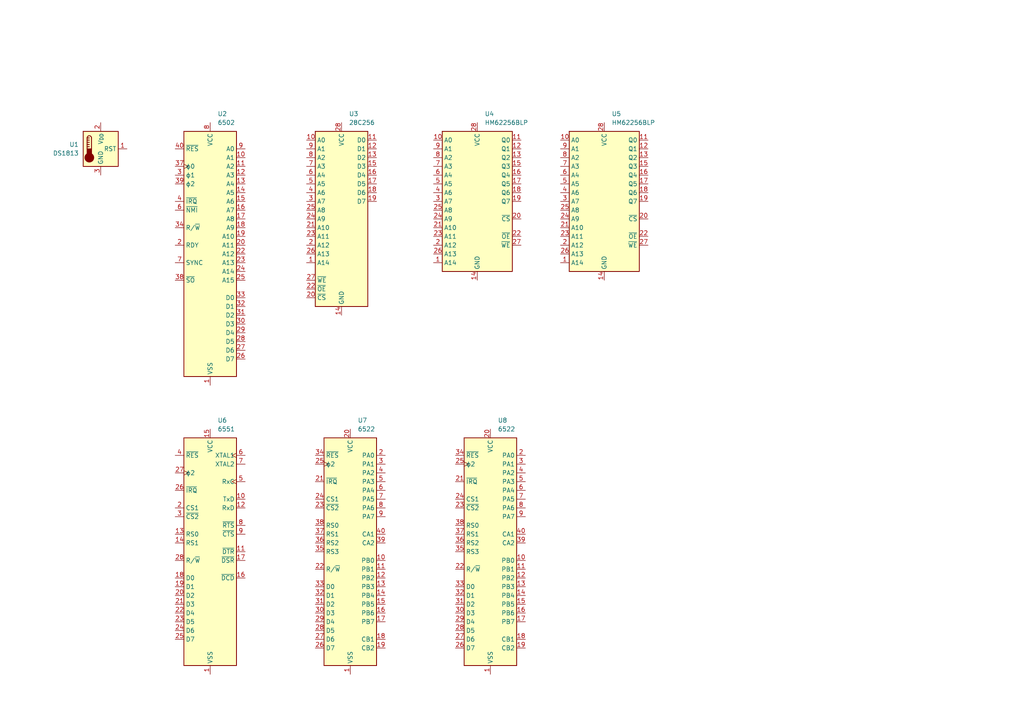
<source format=kicad_sch>
(kicad_sch
	(version 20250114)
	(generator "eeschema")
	(generator_version "9.0")
	(uuid "f5a76a24-c1ed-40c8-95cc-830135ffcfa9")
	(paper "A4")
	(lib_symbols
		(symbol "Memory_EEPROM:28C256"
			(exclude_from_sim no)
			(in_bom yes)
			(on_board yes)
			(property "Reference" "U"
				(at -7.62 26.67 0)
				(effects
					(font
						(size 1.27 1.27)
					)
				)
			)
			(property "Value" "28C256"
				(at 2.54 -26.67 0)
				(effects
					(font
						(size 1.27 1.27)
					)
					(justify left)
				)
			)
			(property "Footprint" ""
				(at 0 0 0)
				(effects
					(font
						(size 1.27 1.27)
					)
					(hide yes)
				)
			)
			(property "Datasheet" "http://ww1.microchip.com/downloads/en/DeviceDoc/doc0006.pdf"
				(at 0 0 0)
				(effects
					(font
						(size 1.27 1.27)
					)
					(hide yes)
				)
			)
			(property "Description" "Paged Parallel EEPROM 256Kb (32K x 8), DIP-28/SOIC-28"
				(at 0 0 0)
				(effects
					(font
						(size 1.27 1.27)
					)
					(hide yes)
				)
			)
			(property "ki_keywords" "Parallel EEPROM 256Kb"
				(at 0 0 0)
				(effects
					(font
						(size 1.27 1.27)
					)
					(hide yes)
				)
			)
			(property "ki_fp_filters" "DIP*W15.24mm* SOIC*7.5x17.9mm*P1.27mm*"
				(at 0 0 0)
				(effects
					(font
						(size 1.27 1.27)
					)
					(hide yes)
				)
			)
			(symbol "28C256_1_1"
				(rectangle
					(start -7.62 25.4)
					(end 7.62 -25.4)
					(stroke
						(width 0.254)
						(type default)
					)
					(fill
						(type background)
					)
				)
				(pin input line
					(at -10.16 22.86 0)
					(length 2.54)
					(name "A0"
						(effects
							(font
								(size 1.27 1.27)
							)
						)
					)
					(number "10"
						(effects
							(font
								(size 1.27 1.27)
							)
						)
					)
				)
				(pin input line
					(at -10.16 20.32 0)
					(length 2.54)
					(name "A1"
						(effects
							(font
								(size 1.27 1.27)
							)
						)
					)
					(number "9"
						(effects
							(font
								(size 1.27 1.27)
							)
						)
					)
				)
				(pin input line
					(at -10.16 17.78 0)
					(length 2.54)
					(name "A2"
						(effects
							(font
								(size 1.27 1.27)
							)
						)
					)
					(number "8"
						(effects
							(font
								(size 1.27 1.27)
							)
						)
					)
				)
				(pin input line
					(at -10.16 15.24 0)
					(length 2.54)
					(name "A3"
						(effects
							(font
								(size 1.27 1.27)
							)
						)
					)
					(number "7"
						(effects
							(font
								(size 1.27 1.27)
							)
						)
					)
				)
				(pin input line
					(at -10.16 12.7 0)
					(length 2.54)
					(name "A4"
						(effects
							(font
								(size 1.27 1.27)
							)
						)
					)
					(number "6"
						(effects
							(font
								(size 1.27 1.27)
							)
						)
					)
				)
				(pin input line
					(at -10.16 10.16 0)
					(length 2.54)
					(name "A5"
						(effects
							(font
								(size 1.27 1.27)
							)
						)
					)
					(number "5"
						(effects
							(font
								(size 1.27 1.27)
							)
						)
					)
				)
				(pin input line
					(at -10.16 7.62 0)
					(length 2.54)
					(name "A6"
						(effects
							(font
								(size 1.27 1.27)
							)
						)
					)
					(number "4"
						(effects
							(font
								(size 1.27 1.27)
							)
						)
					)
				)
				(pin input line
					(at -10.16 5.08 0)
					(length 2.54)
					(name "A7"
						(effects
							(font
								(size 1.27 1.27)
							)
						)
					)
					(number "3"
						(effects
							(font
								(size 1.27 1.27)
							)
						)
					)
				)
				(pin input line
					(at -10.16 2.54 0)
					(length 2.54)
					(name "A8"
						(effects
							(font
								(size 1.27 1.27)
							)
						)
					)
					(number "25"
						(effects
							(font
								(size 1.27 1.27)
							)
						)
					)
				)
				(pin input line
					(at -10.16 0 0)
					(length 2.54)
					(name "A9"
						(effects
							(font
								(size 1.27 1.27)
							)
						)
					)
					(number "24"
						(effects
							(font
								(size 1.27 1.27)
							)
						)
					)
				)
				(pin input line
					(at -10.16 -2.54 0)
					(length 2.54)
					(name "A10"
						(effects
							(font
								(size 1.27 1.27)
							)
						)
					)
					(number "21"
						(effects
							(font
								(size 1.27 1.27)
							)
						)
					)
				)
				(pin input line
					(at -10.16 -5.08 0)
					(length 2.54)
					(name "A11"
						(effects
							(font
								(size 1.27 1.27)
							)
						)
					)
					(number "23"
						(effects
							(font
								(size 1.27 1.27)
							)
						)
					)
				)
				(pin input line
					(at -10.16 -7.62 0)
					(length 2.54)
					(name "A12"
						(effects
							(font
								(size 1.27 1.27)
							)
						)
					)
					(number "2"
						(effects
							(font
								(size 1.27 1.27)
							)
						)
					)
				)
				(pin input line
					(at -10.16 -10.16 0)
					(length 2.54)
					(name "A13"
						(effects
							(font
								(size 1.27 1.27)
							)
						)
					)
					(number "26"
						(effects
							(font
								(size 1.27 1.27)
							)
						)
					)
				)
				(pin input line
					(at -10.16 -12.7 0)
					(length 2.54)
					(name "A14"
						(effects
							(font
								(size 1.27 1.27)
							)
						)
					)
					(number "1"
						(effects
							(font
								(size 1.27 1.27)
							)
						)
					)
				)
				(pin input line
					(at -10.16 -17.78 0)
					(length 2.54)
					(name "~{WE}"
						(effects
							(font
								(size 1.27 1.27)
							)
						)
					)
					(number "27"
						(effects
							(font
								(size 1.27 1.27)
							)
						)
					)
				)
				(pin input line
					(at -10.16 -20.32 0)
					(length 2.54)
					(name "~{OE}"
						(effects
							(font
								(size 1.27 1.27)
							)
						)
					)
					(number "22"
						(effects
							(font
								(size 1.27 1.27)
							)
						)
					)
				)
				(pin input line
					(at -10.16 -22.86 0)
					(length 2.54)
					(name "~{CS}"
						(effects
							(font
								(size 1.27 1.27)
							)
						)
					)
					(number "20"
						(effects
							(font
								(size 1.27 1.27)
							)
						)
					)
				)
				(pin power_in line
					(at 0 27.94 270)
					(length 2.54)
					(name "VCC"
						(effects
							(font
								(size 1.27 1.27)
							)
						)
					)
					(number "28"
						(effects
							(font
								(size 1.27 1.27)
							)
						)
					)
				)
				(pin power_in line
					(at 0 -27.94 90)
					(length 2.54)
					(name "GND"
						(effects
							(font
								(size 1.27 1.27)
							)
						)
					)
					(number "14"
						(effects
							(font
								(size 1.27 1.27)
							)
						)
					)
				)
				(pin tri_state line
					(at 10.16 22.86 180)
					(length 2.54)
					(name "D0"
						(effects
							(font
								(size 1.27 1.27)
							)
						)
					)
					(number "11"
						(effects
							(font
								(size 1.27 1.27)
							)
						)
					)
				)
				(pin tri_state line
					(at 10.16 20.32 180)
					(length 2.54)
					(name "D1"
						(effects
							(font
								(size 1.27 1.27)
							)
						)
					)
					(number "12"
						(effects
							(font
								(size 1.27 1.27)
							)
						)
					)
				)
				(pin tri_state line
					(at 10.16 17.78 180)
					(length 2.54)
					(name "D2"
						(effects
							(font
								(size 1.27 1.27)
							)
						)
					)
					(number "13"
						(effects
							(font
								(size 1.27 1.27)
							)
						)
					)
				)
				(pin tri_state line
					(at 10.16 15.24 180)
					(length 2.54)
					(name "D3"
						(effects
							(font
								(size 1.27 1.27)
							)
						)
					)
					(number "15"
						(effects
							(font
								(size 1.27 1.27)
							)
						)
					)
				)
				(pin tri_state line
					(at 10.16 12.7 180)
					(length 2.54)
					(name "D4"
						(effects
							(font
								(size 1.27 1.27)
							)
						)
					)
					(number "16"
						(effects
							(font
								(size 1.27 1.27)
							)
						)
					)
				)
				(pin tri_state line
					(at 10.16 10.16 180)
					(length 2.54)
					(name "D5"
						(effects
							(font
								(size 1.27 1.27)
							)
						)
					)
					(number "17"
						(effects
							(font
								(size 1.27 1.27)
							)
						)
					)
				)
				(pin tri_state line
					(at 10.16 7.62 180)
					(length 2.54)
					(name "D6"
						(effects
							(font
								(size 1.27 1.27)
							)
						)
					)
					(number "18"
						(effects
							(font
								(size 1.27 1.27)
							)
						)
					)
				)
				(pin tri_state line
					(at 10.16 5.08 180)
					(length 2.54)
					(name "D7"
						(effects
							(font
								(size 1.27 1.27)
							)
						)
					)
					(number "19"
						(effects
							(font
								(size 1.27 1.27)
							)
						)
					)
				)
			)
			(embedded_fonts no)
		)
		(symbol "Memory_RAM:HM62256BLP"
			(exclude_from_sim no)
			(in_bom yes)
			(on_board yes)
			(property "Reference" "U"
				(at -10.16 20.955 0)
				(effects
					(font
						(size 1.27 1.27)
					)
					(justify left bottom)
				)
			)
			(property "Value" "HM62256BLP"
				(at 2.54 20.955 0)
				(effects
					(font
						(size 1.27 1.27)
					)
					(justify left bottom)
				)
			)
			(property "Footprint" "Package_DIP:DIP-28_W15.24mm"
				(at 0 -2.54 0)
				(effects
					(font
						(size 1.27 1.27)
					)
					(hide yes)
				)
			)
			(property "Datasheet" "https://web.mit.edu/6.115/www/document/62256.pdf"
				(at 0 -2.54 0)
				(effects
					(font
						(size 1.27 1.27)
					)
					(hide yes)
				)
			)
			(property "Description" "32,768-word × 8-bit High Speed CMOS Static RAM, 70ns, DIP-28"
				(at 0 0 0)
				(effects
					(font
						(size 1.27 1.27)
					)
					(hide yes)
				)
			)
			(property "ki_keywords" "RAM SRAM CMOS MEMORY"
				(at 0 0 0)
				(effects
					(font
						(size 1.27 1.27)
					)
					(hide yes)
				)
			)
			(property "ki_fp_filters" "DIP*W15.24mm*"
				(at 0 0 0)
				(effects
					(font
						(size 1.27 1.27)
					)
					(hide yes)
				)
			)
			(symbol "HM62256BLP_0_0"
				(pin power_in line
					(at 0 22.86 270)
					(length 2.54)
					(name "VCC"
						(effects
							(font
								(size 1.27 1.27)
							)
						)
					)
					(number "28"
						(effects
							(font
								(size 1.27 1.27)
							)
						)
					)
				)
				(pin power_in line
					(at 0 -22.86 90)
					(length 2.54)
					(name "GND"
						(effects
							(font
								(size 1.27 1.27)
							)
						)
					)
					(number "14"
						(effects
							(font
								(size 1.27 1.27)
							)
						)
					)
				)
			)
			(symbol "HM62256BLP_0_1"
				(rectangle
					(start -10.16 20.32)
					(end 10.16 -20.32)
					(stroke
						(width 0.254)
						(type default)
					)
					(fill
						(type background)
					)
				)
			)
			(symbol "HM62256BLP_1_1"
				(pin input line
					(at -12.7 17.78 0)
					(length 2.54)
					(name "A0"
						(effects
							(font
								(size 1.27 1.27)
							)
						)
					)
					(number "10"
						(effects
							(font
								(size 1.27 1.27)
							)
						)
					)
				)
				(pin input line
					(at -12.7 15.24 0)
					(length 2.54)
					(name "A1"
						(effects
							(font
								(size 1.27 1.27)
							)
						)
					)
					(number "9"
						(effects
							(font
								(size 1.27 1.27)
							)
						)
					)
				)
				(pin input line
					(at -12.7 12.7 0)
					(length 2.54)
					(name "A2"
						(effects
							(font
								(size 1.27 1.27)
							)
						)
					)
					(number "8"
						(effects
							(font
								(size 1.27 1.27)
							)
						)
					)
				)
				(pin input line
					(at -12.7 10.16 0)
					(length 2.54)
					(name "A3"
						(effects
							(font
								(size 1.27 1.27)
							)
						)
					)
					(number "7"
						(effects
							(font
								(size 1.27 1.27)
							)
						)
					)
				)
				(pin input line
					(at -12.7 7.62 0)
					(length 2.54)
					(name "A4"
						(effects
							(font
								(size 1.27 1.27)
							)
						)
					)
					(number "6"
						(effects
							(font
								(size 1.27 1.27)
							)
						)
					)
				)
				(pin input line
					(at -12.7 5.08 0)
					(length 2.54)
					(name "A5"
						(effects
							(font
								(size 1.27 1.27)
							)
						)
					)
					(number "5"
						(effects
							(font
								(size 1.27 1.27)
							)
						)
					)
				)
				(pin input line
					(at -12.7 2.54 0)
					(length 2.54)
					(name "A6"
						(effects
							(font
								(size 1.27 1.27)
							)
						)
					)
					(number "4"
						(effects
							(font
								(size 1.27 1.27)
							)
						)
					)
				)
				(pin input line
					(at -12.7 0 0)
					(length 2.54)
					(name "A7"
						(effects
							(font
								(size 1.27 1.27)
							)
						)
					)
					(number "3"
						(effects
							(font
								(size 1.27 1.27)
							)
						)
					)
				)
				(pin input line
					(at -12.7 -2.54 0)
					(length 2.54)
					(name "A8"
						(effects
							(font
								(size 1.27 1.27)
							)
						)
					)
					(number "25"
						(effects
							(font
								(size 1.27 1.27)
							)
						)
					)
				)
				(pin input line
					(at -12.7 -5.08 0)
					(length 2.54)
					(name "A9"
						(effects
							(font
								(size 1.27 1.27)
							)
						)
					)
					(number "24"
						(effects
							(font
								(size 1.27 1.27)
							)
						)
					)
				)
				(pin input line
					(at -12.7 -7.62 0)
					(length 2.54)
					(name "A10"
						(effects
							(font
								(size 1.27 1.27)
							)
						)
					)
					(number "21"
						(effects
							(font
								(size 1.27 1.27)
							)
						)
					)
				)
				(pin input line
					(at -12.7 -10.16 0)
					(length 2.54)
					(name "A11"
						(effects
							(font
								(size 1.27 1.27)
							)
						)
					)
					(number "23"
						(effects
							(font
								(size 1.27 1.27)
							)
						)
					)
				)
				(pin input line
					(at -12.7 -12.7 0)
					(length 2.54)
					(name "A12"
						(effects
							(font
								(size 1.27 1.27)
							)
						)
					)
					(number "2"
						(effects
							(font
								(size 1.27 1.27)
							)
						)
					)
				)
				(pin input line
					(at -12.7 -15.24 0)
					(length 2.54)
					(name "A13"
						(effects
							(font
								(size 1.27 1.27)
							)
						)
					)
					(number "26"
						(effects
							(font
								(size 1.27 1.27)
							)
						)
					)
				)
				(pin input line
					(at -12.7 -17.78 0)
					(length 2.54)
					(name "A14"
						(effects
							(font
								(size 1.27 1.27)
							)
						)
					)
					(number "1"
						(effects
							(font
								(size 1.27 1.27)
							)
						)
					)
				)
				(pin tri_state line
					(at 12.7 17.78 180)
					(length 2.54)
					(name "Q0"
						(effects
							(font
								(size 1.27 1.27)
							)
						)
					)
					(number "11"
						(effects
							(font
								(size 1.27 1.27)
							)
						)
					)
				)
				(pin tri_state line
					(at 12.7 15.24 180)
					(length 2.54)
					(name "Q1"
						(effects
							(font
								(size 1.27 1.27)
							)
						)
					)
					(number "12"
						(effects
							(font
								(size 1.27 1.27)
							)
						)
					)
				)
				(pin tri_state line
					(at 12.7 12.7 180)
					(length 2.54)
					(name "Q2"
						(effects
							(font
								(size 1.27 1.27)
							)
						)
					)
					(number "13"
						(effects
							(font
								(size 1.27 1.27)
							)
						)
					)
				)
				(pin tri_state line
					(at 12.7 10.16 180)
					(length 2.54)
					(name "Q3"
						(effects
							(font
								(size 1.27 1.27)
							)
						)
					)
					(number "15"
						(effects
							(font
								(size 1.27 1.27)
							)
						)
					)
				)
				(pin tri_state line
					(at 12.7 7.62 180)
					(length 2.54)
					(name "Q4"
						(effects
							(font
								(size 1.27 1.27)
							)
						)
					)
					(number "16"
						(effects
							(font
								(size 1.27 1.27)
							)
						)
					)
				)
				(pin tri_state line
					(at 12.7 5.08 180)
					(length 2.54)
					(name "Q5"
						(effects
							(font
								(size 1.27 1.27)
							)
						)
					)
					(number "17"
						(effects
							(font
								(size 1.27 1.27)
							)
						)
					)
				)
				(pin tri_state line
					(at 12.7 2.54 180)
					(length 2.54)
					(name "Q6"
						(effects
							(font
								(size 1.27 1.27)
							)
						)
					)
					(number "18"
						(effects
							(font
								(size 1.27 1.27)
							)
						)
					)
				)
				(pin tri_state line
					(at 12.7 0 180)
					(length 2.54)
					(name "Q7"
						(effects
							(font
								(size 1.27 1.27)
							)
						)
					)
					(number "19"
						(effects
							(font
								(size 1.27 1.27)
							)
						)
					)
				)
				(pin input line
					(at 12.7 -5.08 180)
					(length 2.54)
					(name "~{CS}"
						(effects
							(font
								(size 1.27 1.27)
							)
						)
					)
					(number "20"
						(effects
							(font
								(size 1.27 1.27)
							)
						)
					)
				)
				(pin input line
					(at 12.7 -10.16 180)
					(length 2.54)
					(name "~{OE}"
						(effects
							(font
								(size 1.27 1.27)
							)
						)
					)
					(number "22"
						(effects
							(font
								(size 1.27 1.27)
							)
						)
					)
				)
				(pin input line
					(at 12.7 -12.7 180)
					(length 2.54)
					(name "~{WE}"
						(effects
							(font
								(size 1.27 1.27)
							)
						)
					)
					(number "27"
						(effects
							(font
								(size 1.27 1.27)
							)
						)
					)
				)
			)
			(embedded_fonts no)
		)
		(symbol "PCM_65xx-library:6502"
			(exclude_from_sim no)
			(in_bom yes)
			(on_board yes)
			(property "Reference" "U"
				(at 2.54 40.64 0)
				(effects
					(font
						(size 1.27 1.27)
					)
					(justify left)
				)
			)
			(property "Value" "6502"
				(at 2.54 38.1 0)
				(effects
					(font
						(size 1.27 1.27)
					)
					(justify left)
				)
			)
			(property "Footprint" "Package_DIP:DIP-40_W15.24mm"
				(at 0 50.8 0)
				(effects
					(font
						(size 1.27 1.27)
					)
					(hide yes)
				)
			)
			(property "Datasheet" "http://www.6502.org/documents/datasheets/mos/mos_6500_mpu_mar_1980.pdf"
				(at 0 48.26 0)
				(effects
					(font
						(size 1.27 1.27)
					)
					(hide yes)
				)
			)
			(property "Description" "8-bit NMOS Microprocessor, 64K, DIP-40"
				(at 0 0 0)
				(effects
					(font
						(size 1.27 1.27)
					)
					(hide yes)
				)
			)
			(property "ki_keywords" "6502 CPU uP"
				(at 0 0 0)
				(effects
					(font
						(size 1.27 1.27)
					)
					(hide yes)
				)
			)
			(property "ki_fp_filters" "DIP*W15.24mm*"
				(at 0 0 0)
				(effects
					(font
						(size 1.27 1.27)
					)
					(hide yes)
				)
			)
			(symbol "6502_0_1"
				(rectangle
					(start -7.62 35.56)
					(end 7.62 -35.56)
					(stroke
						(width 0.254)
						(type default)
					)
					(fill
						(type background)
					)
				)
			)
			(symbol "6502_1_1"
				(pin input line
					(at -10.16 30.48 0)
					(length 2.54)
					(name "~{RES}"
						(effects
							(font
								(size 1.27 1.27)
							)
						)
					)
					(number "40"
						(effects
							(font
								(size 1.27 1.27)
							)
						)
					)
				)
				(pin input clock
					(at -10.16 25.4 0)
					(length 2.54)
					(name "ϕ0"
						(effects
							(font
								(size 1.27 1.27)
							)
						)
					)
					(number "37"
						(effects
							(font
								(size 1.27 1.27)
							)
						)
					)
				)
				(pin output line
					(at -10.16 22.86 0)
					(length 2.54)
					(name "ϕ1"
						(effects
							(font
								(size 1.27 1.27)
							)
						)
					)
					(number "3"
						(effects
							(font
								(size 1.27 1.27)
							)
						)
					)
				)
				(pin output line
					(at -10.16 20.32 0)
					(length 2.54)
					(name "ϕ2"
						(effects
							(font
								(size 1.27 1.27)
							)
						)
					)
					(number "39"
						(effects
							(font
								(size 1.27 1.27)
							)
						)
					)
				)
				(pin input line
					(at -10.16 15.24 0)
					(length 2.54)
					(name "~{IRQ}"
						(effects
							(font
								(size 1.27 1.27)
							)
						)
					)
					(number "4"
						(effects
							(font
								(size 1.27 1.27)
							)
						)
					)
				)
				(pin input line
					(at -10.16 12.7 0)
					(length 2.54)
					(name "~{NMI}"
						(effects
							(font
								(size 1.27 1.27)
							)
						)
					)
					(number "6"
						(effects
							(font
								(size 1.27 1.27)
							)
						)
					)
				)
				(pin output line
					(at -10.16 7.62 0)
					(length 2.54)
					(name "R/~{W}"
						(effects
							(font
								(size 1.27 1.27)
							)
						)
					)
					(number "34"
						(effects
							(font
								(size 1.27 1.27)
							)
						)
					)
				)
				(pin input line
					(at -10.16 2.54 0)
					(length 2.54)
					(name "RDY"
						(effects
							(font
								(size 1.27 1.27)
							)
						)
					)
					(number "2"
						(effects
							(font
								(size 1.27 1.27)
							)
						)
					)
				)
				(pin output line
					(at -10.16 -2.54 0)
					(length 2.54)
					(name "SYNC"
						(effects
							(font
								(size 1.27 1.27)
							)
						)
					)
					(number "7"
						(effects
							(font
								(size 1.27 1.27)
							)
						)
					)
				)
				(pin input line
					(at -10.16 -7.62 0)
					(length 2.54)
					(name "~{SO}"
						(effects
							(font
								(size 1.27 1.27)
							)
						)
					)
					(number "38"
						(effects
							(font
								(size 1.27 1.27)
							)
						)
					)
				)
				(pin no_connect non_logic
					(at -7.62 -12.7 0)
					(length 2.54)
					(hide yes)
					(name "nc"
						(effects
							(font
								(size 1.27 1.27)
							)
						)
					)
					(number "5"
						(effects
							(font
								(size 1.27 1.27)
							)
						)
					)
				)
				(pin no_connect non_logic
					(at -7.62 -15.24 0)
					(length 2.54)
					(hide yes)
					(name "nc"
						(effects
							(font
								(size 1.27 1.27)
							)
						)
					)
					(number "35"
						(effects
							(font
								(size 1.27 1.27)
							)
						)
					)
				)
				(pin no_connect non_logic
					(at -7.62 -17.78 0)
					(length 2.54)
					(hide yes)
					(name "nc"
						(effects
							(font
								(size 1.27 1.27)
							)
						)
					)
					(number "36"
						(effects
							(font
								(size 1.27 1.27)
							)
						)
					)
				)
				(pin power_in line
					(at 0 38.1 270)
					(length 2.54)
					(name "VCC"
						(effects
							(font
								(size 1.27 1.27)
							)
						)
					)
					(number "8"
						(effects
							(font
								(size 1.27 1.27)
							)
						)
					)
				)
				(pin power_in line
					(at 0 -38.1 90)
					(length 2.54)
					(name "VSS"
						(effects
							(font
								(size 1.27 1.27)
							)
						)
					)
					(number "1"
						(effects
							(font
								(size 1.27 1.27)
							)
						)
					)
				)
				(pin passive line
					(at 0 -38.1 90)
					(length 2.54)
					(hide yes)
					(name "VSS"
						(effects
							(font
								(size 1.27 1.27)
							)
						)
					)
					(number "21"
						(effects
							(font
								(size 1.27 1.27)
							)
						)
					)
				)
				(pin output line
					(at 10.16 30.48 180)
					(length 2.54)
					(name "A0"
						(effects
							(font
								(size 1.27 1.27)
							)
						)
					)
					(number "9"
						(effects
							(font
								(size 1.27 1.27)
							)
						)
					)
				)
				(pin output line
					(at 10.16 27.94 180)
					(length 2.54)
					(name "A1"
						(effects
							(font
								(size 1.27 1.27)
							)
						)
					)
					(number "10"
						(effects
							(font
								(size 1.27 1.27)
							)
						)
					)
				)
				(pin output line
					(at 10.16 25.4 180)
					(length 2.54)
					(name "A2"
						(effects
							(font
								(size 1.27 1.27)
							)
						)
					)
					(number "11"
						(effects
							(font
								(size 1.27 1.27)
							)
						)
					)
				)
				(pin output line
					(at 10.16 22.86 180)
					(length 2.54)
					(name "A3"
						(effects
							(font
								(size 1.27 1.27)
							)
						)
					)
					(number "12"
						(effects
							(font
								(size 1.27 1.27)
							)
						)
					)
				)
				(pin output line
					(at 10.16 20.32 180)
					(length 2.54)
					(name "A4"
						(effects
							(font
								(size 1.27 1.27)
							)
						)
					)
					(number "13"
						(effects
							(font
								(size 1.27 1.27)
							)
						)
					)
				)
				(pin output line
					(at 10.16 17.78 180)
					(length 2.54)
					(name "A5"
						(effects
							(font
								(size 1.27 1.27)
							)
						)
					)
					(number "14"
						(effects
							(font
								(size 1.27 1.27)
							)
						)
					)
				)
				(pin output line
					(at 10.16 15.24 180)
					(length 2.54)
					(name "A6"
						(effects
							(font
								(size 1.27 1.27)
							)
						)
					)
					(number "15"
						(effects
							(font
								(size 1.27 1.27)
							)
						)
					)
				)
				(pin output line
					(at 10.16 12.7 180)
					(length 2.54)
					(name "A7"
						(effects
							(font
								(size 1.27 1.27)
							)
						)
					)
					(number "16"
						(effects
							(font
								(size 1.27 1.27)
							)
						)
					)
				)
				(pin output line
					(at 10.16 10.16 180)
					(length 2.54)
					(name "A8"
						(effects
							(font
								(size 1.27 1.27)
							)
						)
					)
					(number "17"
						(effects
							(font
								(size 1.27 1.27)
							)
						)
					)
				)
				(pin output line
					(at 10.16 7.62 180)
					(length 2.54)
					(name "A9"
						(effects
							(font
								(size 1.27 1.27)
							)
						)
					)
					(number "18"
						(effects
							(font
								(size 1.27 1.27)
							)
						)
					)
				)
				(pin output line
					(at 10.16 5.08 180)
					(length 2.54)
					(name "A10"
						(effects
							(font
								(size 1.27 1.27)
							)
						)
					)
					(number "19"
						(effects
							(font
								(size 1.27 1.27)
							)
						)
					)
				)
				(pin output line
					(at 10.16 2.54 180)
					(length 2.54)
					(name "A11"
						(effects
							(font
								(size 1.27 1.27)
							)
						)
					)
					(number "20"
						(effects
							(font
								(size 1.27 1.27)
							)
						)
					)
				)
				(pin output line
					(at 10.16 0 180)
					(length 2.54)
					(name "A12"
						(effects
							(font
								(size 1.27 1.27)
							)
						)
					)
					(number "22"
						(effects
							(font
								(size 1.27 1.27)
							)
						)
					)
				)
				(pin output line
					(at 10.16 -2.54 180)
					(length 2.54)
					(name "A13"
						(effects
							(font
								(size 1.27 1.27)
							)
						)
					)
					(number "23"
						(effects
							(font
								(size 1.27 1.27)
							)
						)
					)
				)
				(pin output line
					(at 10.16 -5.08 180)
					(length 2.54)
					(name "A14"
						(effects
							(font
								(size 1.27 1.27)
							)
						)
					)
					(number "24"
						(effects
							(font
								(size 1.27 1.27)
							)
						)
					)
				)
				(pin output line
					(at 10.16 -7.62 180)
					(length 2.54)
					(name "A15"
						(effects
							(font
								(size 1.27 1.27)
							)
						)
					)
					(number "25"
						(effects
							(font
								(size 1.27 1.27)
							)
						)
					)
				)
				(pin bidirectional line
					(at 10.16 -12.7 180)
					(length 2.54)
					(name "D0"
						(effects
							(font
								(size 1.27 1.27)
							)
						)
					)
					(number "33"
						(effects
							(font
								(size 1.27 1.27)
							)
						)
					)
				)
				(pin bidirectional line
					(at 10.16 -15.24 180)
					(length 2.54)
					(name "D1"
						(effects
							(font
								(size 1.27 1.27)
							)
						)
					)
					(number "32"
						(effects
							(font
								(size 1.27 1.27)
							)
						)
					)
				)
				(pin bidirectional line
					(at 10.16 -17.78 180)
					(length 2.54)
					(name "D2"
						(effects
							(font
								(size 1.27 1.27)
							)
						)
					)
					(number "31"
						(effects
							(font
								(size 1.27 1.27)
							)
						)
					)
				)
				(pin bidirectional line
					(at 10.16 -20.32 180)
					(length 2.54)
					(name "D3"
						(effects
							(font
								(size 1.27 1.27)
							)
						)
					)
					(number "30"
						(effects
							(font
								(size 1.27 1.27)
							)
						)
					)
				)
				(pin bidirectional line
					(at 10.16 -22.86 180)
					(length 2.54)
					(name "D4"
						(effects
							(font
								(size 1.27 1.27)
							)
						)
					)
					(number "29"
						(effects
							(font
								(size 1.27 1.27)
							)
						)
					)
				)
				(pin bidirectional line
					(at 10.16 -25.4 180)
					(length 2.54)
					(name "D5"
						(effects
							(font
								(size 1.27 1.27)
							)
						)
					)
					(number "28"
						(effects
							(font
								(size 1.27 1.27)
							)
						)
					)
				)
				(pin bidirectional line
					(at 10.16 -27.94 180)
					(length 2.54)
					(name "D6"
						(effects
							(font
								(size 1.27 1.27)
							)
						)
					)
					(number "27"
						(effects
							(font
								(size 1.27 1.27)
							)
						)
					)
				)
				(pin bidirectional line
					(at 10.16 -30.48 180)
					(length 2.54)
					(name "D7"
						(effects
							(font
								(size 1.27 1.27)
							)
						)
					)
					(number "26"
						(effects
							(font
								(size 1.27 1.27)
							)
						)
					)
				)
			)
			(embedded_fonts no)
		)
		(symbol "PCM_65xx-library:6522"
			(exclude_from_sim no)
			(in_bom yes)
			(on_board yes)
			(property "Reference" "U"
				(at 2.54 38.1 0)
				(effects
					(font
						(size 1.27 1.27)
					)
					(justify left)
				)
			)
			(property "Value" "6522"
				(at 2.54 35.56 0)
				(effects
					(font
						(size 1.27 1.27)
					)
					(justify left)
				)
			)
			(property "Footprint" "Package_DIP:DIP-40_W15.24mm"
				(at 0 48.26 0)
				(effects
					(font
						(size 1.27 1.27)
					)
					(hide yes)
				)
			)
			(property "Datasheet" "http://www.6502.org/documents/datasheets/mos/mos_6522_preliminary_nov_1977.pdf"
				(at 0 45.72 0)
				(effects
					(font
						(size 1.27 1.27)
					)
					(hide yes)
				)
			)
			(property "Description" "NMOS Versatile Interface Adapter (VIA), 20-pin I/O, 2 Timer/Counters, DIP-40"
				(at 0 0 0)
				(effects
					(font
						(size 1.27 1.27)
					)
					(hide yes)
				)
			)
			(property "ki_keywords" "6522 VIA I/O"
				(at 0 0 0)
				(effects
					(font
						(size 1.27 1.27)
					)
					(hide yes)
				)
			)
			(property "ki_fp_filters" "DIP*W15.24mm*"
				(at 0 0 0)
				(effects
					(font
						(size 1.27 1.27)
					)
					(hide yes)
				)
			)
			(symbol "6522_0_1"
				(rectangle
					(start -7.62 33.02)
					(end 7.62 -33.02)
					(stroke
						(width 0.254)
						(type default)
					)
					(fill
						(type background)
					)
				)
			)
			(symbol "6522_1_1"
				(pin input line
					(at -10.16 27.94 0)
					(length 2.54)
					(name "~{RES}"
						(effects
							(font
								(size 1.27 1.27)
							)
						)
					)
					(number "34"
						(effects
							(font
								(size 1.27 1.27)
							)
						)
					)
				)
				(pin input clock
					(at -10.16 25.4 0)
					(length 2.54)
					(name "ϕ2"
						(effects
							(font
								(size 1.27 1.27)
							)
						)
					)
					(number "25"
						(effects
							(font
								(size 1.27 1.27)
							)
						)
					)
				)
				(pin open_collector line
					(at -10.16 20.32 0)
					(length 2.54)
					(name "~{IRQ}"
						(effects
							(font
								(size 1.27 1.27)
							)
						)
					)
					(number "21"
						(effects
							(font
								(size 1.27 1.27)
							)
						)
					)
				)
				(pin input line
					(at -10.16 15.24 0)
					(length 2.54)
					(name "CS1"
						(effects
							(font
								(size 1.27 1.27)
							)
						)
					)
					(number "24"
						(effects
							(font
								(size 1.27 1.27)
							)
						)
					)
				)
				(pin input line
					(at -10.16 12.7 0)
					(length 2.54)
					(name "~{CS2}"
						(effects
							(font
								(size 1.27 1.27)
							)
						)
					)
					(number "23"
						(effects
							(font
								(size 1.27 1.27)
							)
						)
					)
				)
				(pin input line
					(at -10.16 7.62 0)
					(length 2.54)
					(name "RS0"
						(effects
							(font
								(size 1.27 1.27)
							)
						)
					)
					(number "38"
						(effects
							(font
								(size 1.27 1.27)
							)
						)
					)
				)
				(pin input line
					(at -10.16 5.08 0)
					(length 2.54)
					(name "RS1"
						(effects
							(font
								(size 1.27 1.27)
							)
						)
					)
					(number "37"
						(effects
							(font
								(size 1.27 1.27)
							)
						)
					)
				)
				(pin input line
					(at -10.16 2.54 0)
					(length 2.54)
					(name "RS2"
						(effects
							(font
								(size 1.27 1.27)
							)
						)
					)
					(number "36"
						(effects
							(font
								(size 1.27 1.27)
							)
						)
					)
				)
				(pin input line
					(at -10.16 0 0)
					(length 2.54)
					(name "RS3"
						(effects
							(font
								(size 1.27 1.27)
							)
						)
					)
					(number "35"
						(effects
							(font
								(size 1.27 1.27)
							)
						)
					)
				)
				(pin input line
					(at -10.16 -5.08 0)
					(length 2.54)
					(name "R/~{W}"
						(effects
							(font
								(size 1.27 1.27)
							)
						)
					)
					(number "22"
						(effects
							(font
								(size 1.27 1.27)
							)
						)
					)
				)
				(pin bidirectional line
					(at -10.16 -10.16 0)
					(length 2.54)
					(name "D0"
						(effects
							(font
								(size 1.27 1.27)
							)
						)
					)
					(number "33"
						(effects
							(font
								(size 1.27 1.27)
							)
						)
					)
				)
				(pin bidirectional line
					(at -10.16 -12.7 0)
					(length 2.54)
					(name "D1"
						(effects
							(font
								(size 1.27 1.27)
							)
						)
					)
					(number "32"
						(effects
							(font
								(size 1.27 1.27)
							)
						)
					)
				)
				(pin bidirectional line
					(at -10.16 -15.24 0)
					(length 2.54)
					(name "D2"
						(effects
							(font
								(size 1.27 1.27)
							)
						)
					)
					(number "31"
						(effects
							(font
								(size 1.27 1.27)
							)
						)
					)
				)
				(pin bidirectional line
					(at -10.16 -17.78 0)
					(length 2.54)
					(name "D3"
						(effects
							(font
								(size 1.27 1.27)
							)
						)
					)
					(number "30"
						(effects
							(font
								(size 1.27 1.27)
							)
						)
					)
				)
				(pin bidirectional line
					(at -10.16 -20.32 0)
					(length 2.54)
					(name "D4"
						(effects
							(font
								(size 1.27 1.27)
							)
						)
					)
					(number "29"
						(effects
							(font
								(size 1.27 1.27)
							)
						)
					)
				)
				(pin bidirectional line
					(at -10.16 -22.86 0)
					(length 2.54)
					(name "D5"
						(effects
							(font
								(size 1.27 1.27)
							)
						)
					)
					(number "28"
						(effects
							(font
								(size 1.27 1.27)
							)
						)
					)
				)
				(pin bidirectional line
					(at -10.16 -25.4 0)
					(length 2.54)
					(name "D6"
						(effects
							(font
								(size 1.27 1.27)
							)
						)
					)
					(number "27"
						(effects
							(font
								(size 1.27 1.27)
							)
						)
					)
				)
				(pin bidirectional line
					(at -10.16 -27.94 0)
					(length 2.54)
					(name "D7"
						(effects
							(font
								(size 1.27 1.27)
							)
						)
					)
					(number "26"
						(effects
							(font
								(size 1.27 1.27)
							)
						)
					)
				)
				(pin power_in line
					(at 0 35.56 270)
					(length 2.54)
					(name "VCC"
						(effects
							(font
								(size 1.27 1.27)
							)
						)
					)
					(number "20"
						(effects
							(font
								(size 1.27 1.27)
							)
						)
					)
				)
				(pin power_in line
					(at 0 -35.56 90)
					(length 2.54)
					(name "VSS"
						(effects
							(font
								(size 1.27 1.27)
							)
						)
					)
					(number "1"
						(effects
							(font
								(size 1.27 1.27)
							)
						)
					)
				)
				(pin bidirectional line
					(at 10.16 27.94 180)
					(length 2.54)
					(name "PA0"
						(effects
							(font
								(size 1.27 1.27)
							)
						)
					)
					(number "2"
						(effects
							(font
								(size 1.27 1.27)
							)
						)
					)
				)
				(pin bidirectional line
					(at 10.16 25.4 180)
					(length 2.54)
					(name "PA1"
						(effects
							(font
								(size 1.27 1.27)
							)
						)
					)
					(number "3"
						(effects
							(font
								(size 1.27 1.27)
							)
						)
					)
				)
				(pin bidirectional line
					(at 10.16 22.86 180)
					(length 2.54)
					(name "PA2"
						(effects
							(font
								(size 1.27 1.27)
							)
						)
					)
					(number "4"
						(effects
							(font
								(size 1.27 1.27)
							)
						)
					)
				)
				(pin bidirectional line
					(at 10.16 20.32 180)
					(length 2.54)
					(name "PA3"
						(effects
							(font
								(size 1.27 1.27)
							)
						)
					)
					(number "5"
						(effects
							(font
								(size 1.27 1.27)
							)
						)
					)
				)
				(pin bidirectional line
					(at 10.16 17.78 180)
					(length 2.54)
					(name "PA4"
						(effects
							(font
								(size 1.27 1.27)
							)
						)
					)
					(number "6"
						(effects
							(font
								(size 1.27 1.27)
							)
						)
					)
				)
				(pin bidirectional line
					(at 10.16 15.24 180)
					(length 2.54)
					(name "PA5"
						(effects
							(font
								(size 1.27 1.27)
							)
						)
					)
					(number "7"
						(effects
							(font
								(size 1.27 1.27)
							)
						)
					)
				)
				(pin bidirectional line
					(at 10.16 12.7 180)
					(length 2.54)
					(name "PA6"
						(effects
							(font
								(size 1.27 1.27)
							)
						)
					)
					(number "8"
						(effects
							(font
								(size 1.27 1.27)
							)
						)
					)
				)
				(pin bidirectional line
					(at 10.16 10.16 180)
					(length 2.54)
					(name "PA7"
						(effects
							(font
								(size 1.27 1.27)
							)
						)
					)
					(number "9"
						(effects
							(font
								(size 1.27 1.27)
							)
						)
					)
				)
				(pin input line
					(at 10.16 5.08 180)
					(length 2.54)
					(name "CA1"
						(effects
							(font
								(size 1.27 1.27)
							)
						)
					)
					(number "40"
						(effects
							(font
								(size 1.27 1.27)
							)
						)
					)
				)
				(pin bidirectional line
					(at 10.16 2.54 180)
					(length 2.54)
					(name "CA2"
						(effects
							(font
								(size 1.27 1.27)
							)
						)
					)
					(number "39"
						(effects
							(font
								(size 1.27 1.27)
							)
						)
					)
				)
				(pin bidirectional line
					(at 10.16 -2.54 180)
					(length 2.54)
					(name "PB0"
						(effects
							(font
								(size 1.27 1.27)
							)
						)
					)
					(number "10"
						(effects
							(font
								(size 1.27 1.27)
							)
						)
					)
				)
				(pin bidirectional line
					(at 10.16 -5.08 180)
					(length 2.54)
					(name "PB1"
						(effects
							(font
								(size 1.27 1.27)
							)
						)
					)
					(number "11"
						(effects
							(font
								(size 1.27 1.27)
							)
						)
					)
				)
				(pin bidirectional line
					(at 10.16 -7.62 180)
					(length 2.54)
					(name "PB2"
						(effects
							(font
								(size 1.27 1.27)
							)
						)
					)
					(number "12"
						(effects
							(font
								(size 1.27 1.27)
							)
						)
					)
				)
				(pin bidirectional line
					(at 10.16 -10.16 180)
					(length 2.54)
					(name "PB3"
						(effects
							(font
								(size 1.27 1.27)
							)
						)
					)
					(number "13"
						(effects
							(font
								(size 1.27 1.27)
							)
						)
					)
				)
				(pin bidirectional line
					(at 10.16 -12.7 180)
					(length 2.54)
					(name "PB4"
						(effects
							(font
								(size 1.27 1.27)
							)
						)
					)
					(number "14"
						(effects
							(font
								(size 1.27 1.27)
							)
						)
					)
				)
				(pin bidirectional line
					(at 10.16 -15.24 180)
					(length 2.54)
					(name "PB5"
						(effects
							(font
								(size 1.27 1.27)
							)
						)
					)
					(number "15"
						(effects
							(font
								(size 1.27 1.27)
							)
						)
					)
				)
				(pin bidirectional line
					(at 10.16 -17.78 180)
					(length 2.54)
					(name "PB6"
						(effects
							(font
								(size 1.27 1.27)
							)
						)
					)
					(number "16"
						(effects
							(font
								(size 1.27 1.27)
							)
						)
					)
				)
				(pin bidirectional line
					(at 10.16 -20.32 180)
					(length 2.54)
					(name "PB7"
						(effects
							(font
								(size 1.27 1.27)
							)
						)
					)
					(number "17"
						(effects
							(font
								(size 1.27 1.27)
							)
						)
					)
				)
				(pin input line
					(at 10.16 -25.4 180)
					(length 2.54)
					(name "CB1"
						(effects
							(font
								(size 1.27 1.27)
							)
						)
					)
					(number "18"
						(effects
							(font
								(size 1.27 1.27)
							)
						)
					)
				)
				(pin bidirectional line
					(at 10.16 -27.94 180)
					(length 2.54)
					(name "CB2"
						(effects
							(font
								(size 1.27 1.27)
							)
						)
					)
					(number "19"
						(effects
							(font
								(size 1.27 1.27)
							)
						)
					)
				)
			)
			(embedded_fonts no)
		)
		(symbol "PCM_65xx-library:6551"
			(exclude_from_sim no)
			(in_bom yes)
			(on_board yes)
			(property "Reference" "U"
				(at 2.54 38.1 0)
				(effects
					(font
						(size 1.27 1.27)
					)
					(justify left)
				)
			)
			(property "Value" "6551"
				(at 2.54 35.56 0)
				(effects
					(font
						(size 1.27 1.27)
					)
					(justify left)
				)
			)
			(property "Footprint" "Package_DIP:DIP-28_W15.24mm"
				(at 0 48.26 0)
				(effects
					(font
						(size 1.27 1.27)
					)
					(hide yes)
				)
			)
			(property "Datasheet" "http://www.6502.org/documents/datasheets/mos/mos_6551_acia.pdf"
				(at 0 45.72 0)
				(effects
					(font
						(size 1.27 1.27)
					)
					(hide yes)
				)
			)
			(property "Description" "NMOS Asynchronous Communication Interface Adapter (ACIA), Serial UART, DIP-28"
				(at 0 0 0)
				(effects
					(font
						(size 1.27 1.27)
					)
					(hide yes)
				)
			)
			(property "ki_keywords" "6551 ACIA UART"
				(at 0 0 0)
				(effects
					(font
						(size 1.27 1.27)
					)
					(hide yes)
				)
			)
			(property "ki_fp_filters" "DIP*W15.24mm*"
				(at 0 0 0)
				(effects
					(font
						(size 1.27 1.27)
					)
					(hide yes)
				)
			)
			(symbol "6551_0_1"
				(rectangle
					(start -7.62 33.02)
					(end 7.62 -33.02)
					(stroke
						(width 0.254)
						(type default)
					)
					(fill
						(type background)
					)
				)
			)
			(symbol "6551_1_1"
				(pin input line
					(at -10.16 27.94 0)
					(length 2.54)
					(name "~{RES}"
						(effects
							(font
								(size 1.27 1.27)
							)
						)
					)
					(number "4"
						(effects
							(font
								(size 1.27 1.27)
							)
						)
					)
				)
				(pin input clock
					(at -10.16 22.86 0)
					(length 2.54)
					(name "ϕ2"
						(effects
							(font
								(size 1.27 1.27)
							)
						)
					)
					(number "27"
						(effects
							(font
								(size 1.27 1.27)
							)
						)
					)
				)
				(pin open_collector line
					(at -10.16 17.78 0)
					(length 2.54)
					(name "~{IRQ}"
						(effects
							(font
								(size 1.27 1.27)
							)
						)
					)
					(number "26"
						(effects
							(font
								(size 1.27 1.27)
							)
						)
					)
				)
				(pin input line
					(at -10.16 12.7 0)
					(length 2.54)
					(name "CS1"
						(effects
							(font
								(size 1.27 1.27)
							)
						)
					)
					(number "2"
						(effects
							(font
								(size 1.27 1.27)
							)
						)
					)
				)
				(pin input line
					(at -10.16 10.16 0)
					(length 2.54)
					(name "~{CS2}"
						(effects
							(font
								(size 1.27 1.27)
							)
						)
					)
					(number "3"
						(effects
							(font
								(size 1.27 1.27)
							)
						)
					)
				)
				(pin input line
					(at -10.16 5.08 0)
					(length 2.54)
					(name "RS0"
						(effects
							(font
								(size 1.27 1.27)
							)
						)
					)
					(number "13"
						(effects
							(font
								(size 1.27 1.27)
							)
						)
					)
				)
				(pin input line
					(at -10.16 2.54 0)
					(length 2.54)
					(name "RS1"
						(effects
							(font
								(size 1.27 1.27)
							)
						)
					)
					(number "14"
						(effects
							(font
								(size 1.27 1.27)
							)
						)
					)
				)
				(pin input line
					(at -10.16 -2.54 0)
					(length 2.54)
					(name "R/~{W}"
						(effects
							(font
								(size 1.27 1.27)
							)
						)
					)
					(number "28"
						(effects
							(font
								(size 1.27 1.27)
							)
						)
					)
				)
				(pin bidirectional line
					(at -10.16 -7.62 0)
					(length 2.54)
					(name "D0"
						(effects
							(font
								(size 1.27 1.27)
							)
						)
					)
					(number "18"
						(effects
							(font
								(size 1.27 1.27)
							)
						)
					)
				)
				(pin bidirectional line
					(at -10.16 -10.16 0)
					(length 2.54)
					(name "D1"
						(effects
							(font
								(size 1.27 1.27)
							)
						)
					)
					(number "19"
						(effects
							(font
								(size 1.27 1.27)
							)
						)
					)
				)
				(pin bidirectional line
					(at -10.16 -12.7 0)
					(length 2.54)
					(name "D2"
						(effects
							(font
								(size 1.27 1.27)
							)
						)
					)
					(number "20"
						(effects
							(font
								(size 1.27 1.27)
							)
						)
					)
				)
				(pin bidirectional line
					(at -10.16 -15.24 0)
					(length 2.54)
					(name "D3"
						(effects
							(font
								(size 1.27 1.27)
							)
						)
					)
					(number "21"
						(effects
							(font
								(size 1.27 1.27)
							)
						)
					)
				)
				(pin bidirectional line
					(at -10.16 -17.78 0)
					(length 2.54)
					(name "D4"
						(effects
							(font
								(size 1.27 1.27)
							)
						)
					)
					(number "22"
						(effects
							(font
								(size 1.27 1.27)
							)
						)
					)
				)
				(pin bidirectional line
					(at -10.16 -20.32 0)
					(length 2.54)
					(name "D5"
						(effects
							(font
								(size 1.27 1.27)
							)
						)
					)
					(number "23"
						(effects
							(font
								(size 1.27 1.27)
							)
						)
					)
				)
				(pin bidirectional line
					(at -10.16 -22.86 0)
					(length 2.54)
					(name "D6"
						(effects
							(font
								(size 1.27 1.27)
							)
						)
					)
					(number "24"
						(effects
							(font
								(size 1.27 1.27)
							)
						)
					)
				)
				(pin bidirectional line
					(at -10.16 -25.4 0)
					(length 2.54)
					(name "D7"
						(effects
							(font
								(size 1.27 1.27)
							)
						)
					)
					(number "25"
						(effects
							(font
								(size 1.27 1.27)
							)
						)
					)
				)
				(pin power_in line
					(at 0 35.56 270)
					(length 2.54)
					(name "VCC"
						(effects
							(font
								(size 1.27 1.27)
							)
						)
					)
					(number "15"
						(effects
							(font
								(size 1.27 1.27)
							)
						)
					)
				)
				(pin power_in line
					(at 0 -35.56 90)
					(length 2.54)
					(name "VSS"
						(effects
							(font
								(size 1.27 1.27)
							)
						)
					)
					(number "1"
						(effects
							(font
								(size 1.27 1.27)
							)
						)
					)
				)
				(pin input clock
					(at 10.16 27.94 180)
					(length 2.54)
					(name "XTAL1"
						(effects
							(font
								(size 1.27 1.27)
							)
						)
					)
					(number "6"
						(effects
							(font
								(size 1.27 1.27)
							)
						)
					)
				)
				(pin output line
					(at 10.16 25.4 180)
					(length 2.54)
					(name "XTAL2"
						(effects
							(font
								(size 1.27 1.27)
							)
						)
					)
					(number "7"
						(effects
							(font
								(size 1.27 1.27)
							)
						)
					)
				)
				(pin bidirectional clock
					(at 10.16 20.32 180)
					(length 2.54)
					(name "RxC"
						(effects
							(font
								(size 1.27 1.27)
							)
						)
					)
					(number "5"
						(effects
							(font
								(size 1.27 1.27)
							)
						)
					)
				)
				(pin output line
					(at 10.16 15.24 180)
					(length 2.54)
					(name "TxD"
						(effects
							(font
								(size 1.27 1.27)
							)
						)
					)
					(number "10"
						(effects
							(font
								(size 1.27 1.27)
							)
						)
					)
				)
				(pin input line
					(at 10.16 12.7 180)
					(length 2.54)
					(name "RxD"
						(effects
							(font
								(size 1.27 1.27)
							)
						)
					)
					(number "12"
						(effects
							(font
								(size 1.27 1.27)
							)
						)
					)
				)
				(pin output line
					(at 10.16 7.62 180)
					(length 2.54)
					(name "~{RTS}"
						(effects
							(font
								(size 1.27 1.27)
							)
						)
					)
					(number "8"
						(effects
							(font
								(size 1.27 1.27)
							)
						)
					)
				)
				(pin input line
					(at 10.16 5.08 180)
					(length 2.54)
					(name "~{CTS}"
						(effects
							(font
								(size 1.27 1.27)
							)
						)
					)
					(number "9"
						(effects
							(font
								(size 1.27 1.27)
							)
						)
					)
				)
				(pin output line
					(at 10.16 0 180)
					(length 2.54)
					(name "~{DTR}"
						(effects
							(font
								(size 1.27 1.27)
							)
						)
					)
					(number "11"
						(effects
							(font
								(size 1.27 1.27)
							)
						)
					)
				)
				(pin input line
					(at 10.16 -2.54 180)
					(length 2.54)
					(name "~{DSR}"
						(effects
							(font
								(size 1.27 1.27)
							)
						)
					)
					(number "17"
						(effects
							(font
								(size 1.27 1.27)
							)
						)
					)
				)
				(pin input line
					(at 10.16 -7.62 180)
					(length 2.54)
					(name "~{DCD}"
						(effects
							(font
								(size 1.27 1.27)
							)
						)
					)
					(number "16"
						(effects
							(font
								(size 1.27 1.27)
							)
						)
					)
				)
			)
			(embedded_fonts no)
		)
		(symbol "Sensor_Temperature:DS18S20"
			(exclude_from_sim no)
			(in_bom yes)
			(on_board yes)
			(property "Reference" "U12"
				(at -6.35 1.2701 0)
				(effects
					(font
						(size 1.27 1.27)
					)
					(justify right)
				)
			)
			(property "Value" "DS1813"
				(at -6.35 -1.2699 0)
				(effects
					(font
						(size 1.27 1.27)
					)
					(justify right)
				)
			)
			(property "Footprint" "Package_TO_SOT_THT:TO-92_Inline"
				(at -25.4 -6.35 0)
				(effects
					(font
						(size 1.27 1.27)
					)
					(hide yes)
				)
			)
			(property "Datasheet" "http://datasheets.maximintegrated.com/en/ds/DS18S20.pdf"
				(at -3.81 6.35 0)
				(effects
					(font
						(size 1.27 1.27)
					)
					(hide yes)
				)
			)
			(property "Description" "High-Precision 1-Wire Digital Thermometer TO-92"
				(at 0 0 0)
				(effects
					(font
						(size 1.27 1.27)
					)
					(hide yes)
				)
			)
			(property "ki_keywords" "OneWire 1Wire Maxim Dallas"
				(at 0 0 0)
				(effects
					(font
						(size 1.27 1.27)
					)
					(hide yes)
				)
			)
			(property "ki_fp_filters" "TO*92*"
				(at 0 0 0)
				(effects
					(font
						(size 1.27 1.27)
					)
					(hide yes)
				)
			)
			(symbol "DS18S20_0_1"
				(rectangle
					(start -5.08 5.08)
					(end 5.08 -5.08)
					(stroke
						(width 0.254)
						(type default)
					)
					(fill
						(type background)
					)
				)
				(polyline
					(pts
						(xy -3.937 3.175) (xy -3.937 0)
					)
					(stroke
						(width 0.254)
						(type default)
					)
					(fill
						(type none)
					)
				)
				(polyline
					(pts
						(xy -3.937 3.175) (xy -3.302 3.175)
					)
					(stroke
						(width 0.254)
						(type default)
					)
					(fill
						(type none)
					)
				)
				(polyline
					(pts
						(xy -3.937 2.54) (xy -3.302 2.54)
					)
					(stroke
						(width 0.254)
						(type default)
					)
					(fill
						(type none)
					)
				)
				(polyline
					(pts
						(xy -3.937 1.905) (xy -3.302 1.905)
					)
					(stroke
						(width 0.254)
						(type default)
					)
					(fill
						(type none)
					)
				)
				(polyline
					(pts
						(xy -3.937 1.27) (xy -3.302 1.27)
					)
					(stroke
						(width 0.254)
						(type default)
					)
					(fill
						(type none)
					)
				)
				(polyline
					(pts
						(xy -3.937 0.635) (xy -3.302 0.635)
					)
					(stroke
						(width 0.254)
						(type default)
					)
					(fill
						(type none)
					)
				)
				(arc
					(start -3.937 3.175)
					(mid -3.302 3.8073)
					(end -2.667 3.175)
					(stroke
						(width 0.254)
						(type default)
					)
					(fill
						(type none)
					)
				)
				(circle
					(center -3.302 -2.54)
					(radius 1.27)
					(stroke
						(width 0.254)
						(type default)
					)
					(fill
						(type outline)
					)
				)
				(polyline
					(pts
						(xy -2.667 3.175) (xy -2.667 0)
					)
					(stroke
						(width 0.254)
						(type default)
					)
					(fill
						(type none)
					)
				)
				(rectangle
					(start -2.667 -1.905)
					(end -3.937 0)
					(stroke
						(width 0.254)
						(type default)
					)
					(fill
						(type outline)
					)
				)
			)
			(symbol "DS18S20_1_1"
				(pin power_in line
					(at 0 7.62 270)
					(length 2.54)
					(name "V_{DD}"
						(effects
							(font
								(size 1.27 1.27)
							)
						)
					)
					(number "2"
						(effects
							(font
								(size 1.27 1.27)
							)
						)
					)
				)
				(pin power_in line
					(at 0 -7.62 90)
					(length 2.54)
					(name "GND"
						(effects
							(font
								(size 1.27 1.27)
							)
						)
					)
					(number "3"
						(effects
							(font
								(size 1.27 1.27)
							)
						)
					)
				)
				(pin bidirectional line
					(at 7.62 0 180)
					(length 2.54)
					(name "RST"
						(effects
							(font
								(size 1.27 1.27)
							)
						)
					)
					(number "1"
						(effects
							(font
								(size 1.27 1.27)
							)
						)
					)
				)
			)
			(embedded_fonts no)
		)
	)
	(symbol
		(lib_id "PCM_65xx-library:6502")
		(at 60.96 73.66 0)
		(unit 1)
		(exclude_from_sim no)
		(in_bom yes)
		(on_board yes)
		(dnp no)
		(fields_autoplaced yes)
		(uuid "259e3e4a-06dd-498a-9819-3add552e2587")
		(property "Reference" "U2"
			(at 63.1033 33.02 0)
			(effects
				(font
					(size 1.27 1.27)
				)
				(justify left)
			)
		)
		(property "Value" "6502"
			(at 63.1033 35.56 0)
			(effects
				(font
					(size 1.27 1.27)
				)
				(justify left)
			)
		)
		(property "Footprint" "Package_DIP:DIP-40_W15.24mm"
			(at 60.96 22.86 0)
			(effects
				(font
					(size 1.27 1.27)
				)
				(hide yes)
			)
		)
		(property "Datasheet" "http://www.6502.org/documents/datasheets/mos/mos_6500_mpu_mar_1980.pdf"
			(at 60.96 25.4 0)
			(effects
				(font
					(size 1.27 1.27)
				)
				(hide yes)
			)
		)
		(property "Description" "8-bit NMOS Microprocessor, 64K, DIP-40"
			(at 60.96 73.66 0)
			(effects
				(font
					(size 1.27 1.27)
				)
				(hide yes)
			)
		)
		(pin "4"
			(uuid "a3c08d5d-19aa-45c4-9928-5813cc50241e")
		)
		(pin "1"
			(uuid "8d612d0a-d43c-46d5-bd63-cc14b5c5a6fe")
		)
		(pin "11"
			(uuid "31f7df2a-095e-4342-9fdd-42859f13d176")
		)
		(pin "16"
			(uuid "e1d9c801-cab5-452b-a3a2-ef7c4c83a0ed")
		)
		(pin "6"
			(uuid "41b3f191-48df-463d-80da-fb7435a4cb03")
		)
		(pin "20"
			(uuid "5c2f6cd4-f401-45d8-ad95-0451c5242e06")
		)
		(pin "10"
			(uuid "6efcf832-ebe6-42fa-aab4-3d871f50057f")
		)
		(pin "14"
			(uuid "ed23be69-0b4b-4ee0-966a-5038f4a3b9a0")
		)
		(pin "19"
			(uuid "350c2fe1-fd93-4121-96bd-167caf3d680c")
		)
		(pin "33"
			(uuid "687be04a-8ba3-4090-ae4c-5ebcff4e0fee")
		)
		(pin "40"
			(uuid "1924b99f-2cc2-4ecb-85b1-58cc92307fd8")
		)
		(pin "30"
			(uuid "8676bc05-2502-4dfa-b19f-2b2334be3f5a")
		)
		(pin "8"
			(uuid "6fe450fe-d676-402f-8541-3b3a9f0e4d99")
		)
		(pin "3"
			(uuid "7b5d8f84-d73d-4d38-b987-7b4700da2b68")
		)
		(pin "12"
			(uuid "c5a6df5f-40ac-4bb7-b569-1309e4626f05")
		)
		(pin "35"
			(uuid "db9e4c95-83bf-4572-9fe1-d992401a4471")
		)
		(pin "13"
			(uuid "a9649469-37ee-4322-8e0e-c38a760d569e")
		)
		(pin "34"
			(uuid "be4c6714-9fc0-48d3-9b61-a2d8c8934b24")
		)
		(pin "2"
			(uuid "830ae344-d43a-4d93-83a4-470bb68425ee")
		)
		(pin "7"
			(uuid "554d2679-9081-4e9c-8efe-ad791dfe5292")
		)
		(pin "36"
			(uuid "dc713dff-fd1b-4c5a-aaf9-4ecfa14d16c2")
		)
		(pin "37"
			(uuid "28132496-9b42-48ff-9f35-c790ea8ae308")
		)
		(pin "9"
			(uuid "fc74ccdc-1320-40da-95c8-2b8b782d839f")
		)
		(pin "5"
			(uuid "d613383e-c2ad-42ff-bc25-00cf7de66211")
		)
		(pin "39"
			(uuid "62ca5931-a2e8-44ac-8b87-8dab8abecd2d")
		)
		(pin "38"
			(uuid "9c878a1e-c021-4781-ade7-f0310915994c")
		)
		(pin "21"
			(uuid "7d9becff-3ffd-491c-b7e1-4d0240aa4100")
		)
		(pin "15"
			(uuid "7335f72c-1f6c-4017-8d73-eb9c22aa640e")
		)
		(pin "17"
			(uuid "9cf9f0b6-7eac-4ddc-8738-9e5e2f18970f")
		)
		(pin "18"
			(uuid "eecf1507-59bf-4f0c-8460-a63164b9c931")
		)
		(pin "22"
			(uuid "4a3d1f77-0b2f-48d4-bb4a-5b7016b0e005")
		)
		(pin "23"
			(uuid "1562252f-4e0c-46f6-b847-83ba474fbac0")
		)
		(pin "24"
			(uuid "7e9b8de6-4d04-4d0d-bb89-70eb81dda618")
		)
		(pin "25"
			(uuid "4d5935da-09d1-42b3-80e1-2e2f70e24da1")
		)
		(pin "32"
			(uuid "bbfdb473-3bc6-4dc3-8f7f-b830ce7e6162")
		)
		(pin "31"
			(uuid "2463ffb1-0294-47cf-8871-879479360a69")
		)
		(pin "26"
			(uuid "3d67e445-f460-415e-bbef-6560c04af973")
		)
		(pin "28"
			(uuid "b65cc0b9-80c6-4dba-a6a4-8628526c9dc6")
		)
		(pin "27"
			(uuid "f26380e0-999b-497c-8152-1475f2e214bd")
		)
		(pin "29"
			(uuid "b9a12d55-a1e8-46cd-9c7e-7384f77d49e1")
		)
		(instances
			(project "6502.diy.toy"
				(path "/124d7503-2bca-482f-babc-28890d47b75d/144f22e8-de64-4410-8d5f-624589cfd7b4"
					(reference "U2")
					(unit 1)
				)
			)
		)
	)
	(symbol
		(lib_id "Memory_EEPROM:28C256")
		(at 99.06 63.5 0)
		(unit 1)
		(exclude_from_sim no)
		(in_bom yes)
		(on_board yes)
		(dnp no)
		(fields_autoplaced yes)
		(uuid "399fd2f8-d65f-407d-9aa8-9e0e8d5be0ae")
		(property "Reference" "U3"
			(at 101.2033 33.02 0)
			(effects
				(font
					(size 1.27 1.27)
				)
				(justify left)
			)
		)
		(property "Value" "28C256"
			(at 101.2033 35.56 0)
			(effects
				(font
					(size 1.27 1.27)
				)
				(justify left)
			)
		)
		(property "Footprint" ""
			(at 99.06 63.5 0)
			(effects
				(font
					(size 1.27 1.27)
				)
				(hide yes)
			)
		)
		(property "Datasheet" "http://ww1.microchip.com/downloads/en/DeviceDoc/doc0006.pdf"
			(at 99.06 63.5 0)
			(effects
				(font
					(size 1.27 1.27)
				)
				(hide yes)
			)
		)
		(property "Description" "Paged Parallel EEPROM 256Kb (32K x 8), DIP-28/SOIC-28"
			(at 99.06 63.5 0)
			(effects
				(font
					(size 1.27 1.27)
				)
				(hide yes)
			)
		)
		(pin "8"
			(uuid "bb903a20-d101-4b11-bb0a-26c191e3ed12")
		)
		(pin "9"
			(uuid "21e7cecb-bd8a-454a-b96d-c414acc23249")
		)
		(pin "22"
			(uuid "30638148-e6a6-40e8-b1bc-e7d50f81160f")
		)
		(pin "28"
			(uuid "7d77a4dc-33c5-4e5c-96dc-e581ed31ef86")
		)
		(pin "1"
			(uuid "7dcb0c93-3807-4720-9ec8-bd11450c56a9")
		)
		(pin "12"
			(uuid "f9e964a7-ce49-4971-8f39-83fdfa32677f")
		)
		(pin "7"
			(uuid "f79b66fd-1b04-43e6-8aed-98c08f1b4cf6")
		)
		(pin "6"
			(uuid "db4a359b-b6d8-44d5-b236-7f4012b7c19e")
		)
		(pin "5"
			(uuid "42261c06-a511-4825-8b54-59785474b8af")
		)
		(pin "10"
			(uuid "3905af93-6f24-4f45-9650-f626f0811ec3")
		)
		(pin "3"
			(uuid "1a894f4d-88e5-42b8-850a-5004e1f4ec13")
		)
		(pin "25"
			(uuid "53c06d31-379d-4fd6-82f2-38803359bd2f")
		)
		(pin "24"
			(uuid "cefbc3e1-e27f-4e62-b743-647c0915431b")
		)
		(pin "21"
			(uuid "2532285c-3e26-4e23-9f35-7e451e0c49d6")
		)
		(pin "23"
			(uuid "7bd114b3-f6d3-44a7-83bc-2a52b14a3c6d")
		)
		(pin "2"
			(uuid "ad273459-bcf7-43cf-a97f-a9f1fff6a0c3")
		)
		(pin "26"
			(uuid "192354d4-4e27-46a9-9795-0c566f689634")
		)
		(pin "4"
			(uuid "cd7999e6-8a52-4265-a1fd-989bddb29115")
		)
		(pin "27"
			(uuid "94d42b4d-4e2e-4241-90db-ab5eed54df6a")
		)
		(pin "20"
			(uuid "8179b090-2906-451e-8d8f-fd5c49af5873")
		)
		(pin "11"
			(uuid "035ec388-45ee-4a1b-9e64-6a6e8b81947e")
		)
		(pin "14"
			(uuid "d69fd627-1bf7-4f83-8b46-2f4cf36fc296")
		)
		(pin "13"
			(uuid "08cae525-b912-4ef7-8240-4ffc040c4394")
		)
		(pin "15"
			(uuid "42aa82e9-9c06-47a3-965c-3b49692fa7f2")
		)
		(pin "16"
			(uuid "768a25a7-e9c4-40a2-886e-622c76488f42")
		)
		(pin "19"
			(uuid "5cfd8f6a-6939-4b7f-8e81-b3cedd3d4cef")
		)
		(pin "18"
			(uuid "f8ed8de0-13c0-40e1-a9d9-d48b6137a047")
		)
		(pin "17"
			(uuid "773b427f-68cf-4734-a38d-05bf6e1fbe3c")
		)
		(instances
			(project "6502.diy.toy"
				(path "/124d7503-2bca-482f-babc-28890d47b75d/144f22e8-de64-4410-8d5f-624589cfd7b4"
					(reference "U3")
					(unit 1)
				)
			)
		)
	)
	(symbol
		(lib_id "Memory_RAM:HM62256BLP")
		(at 175.26 58.42 0)
		(unit 1)
		(exclude_from_sim no)
		(in_bom yes)
		(on_board yes)
		(dnp no)
		(fields_autoplaced yes)
		(uuid "7caa46dd-b538-47b2-9017-c896849632d8")
		(property "Reference" "U5"
			(at 177.4033 33.02 0)
			(effects
				(font
					(size 1.27 1.27)
				)
				(justify left)
			)
		)
		(property "Value" "HM62256BLP"
			(at 177.4033 35.56 0)
			(effects
				(font
					(size 1.27 1.27)
				)
				(justify left)
			)
		)
		(property "Footprint" "Package_DIP:DIP-28_W15.24mm"
			(at 175.26 60.96 0)
			(effects
				(font
					(size 1.27 1.27)
				)
				(hide yes)
			)
		)
		(property "Datasheet" "https://web.mit.edu/6.115/www/document/62256.pdf"
			(at 175.26 60.96 0)
			(effects
				(font
					(size 1.27 1.27)
				)
				(hide yes)
			)
		)
		(property "Description" "32,768-word × 8-bit High Speed CMOS Static RAM, 70ns, DIP-28"
			(at 175.26 58.42 0)
			(effects
				(font
					(size 1.27 1.27)
				)
				(hide yes)
			)
		)
		(pin "6"
			(uuid "8a6cb443-6786-4825-af1d-16d9a50b9e77")
		)
		(pin "4"
			(uuid "f60b2c48-5686-4032-b58e-8ae5827aec74")
		)
		(pin "28"
			(uuid "b92a4f8b-8121-4f45-804c-5550f3cae677")
		)
		(pin "23"
			(uuid "1c571300-0c3d-4e11-a691-3dd24489f48d")
		)
		(pin "10"
			(uuid "e85649b6-308d-4687-b4e2-f4a710ca92e8")
		)
		(pin "24"
			(uuid "1245d69f-399b-4873-bc12-73f7bbf8dd1d")
		)
		(pin "26"
			(uuid "0168a8b3-1efe-429e-8eb0-73bbfaec7d53")
		)
		(pin "12"
			(uuid "0bb7a984-3395-4b08-9614-618e9027f5fb")
		)
		(pin "19"
			(uuid "f42a2417-c52d-4f02-a752-76ed5f3cff93")
		)
		(pin "13"
			(uuid "f177ae19-6dfc-4c89-8e2f-33d30db07dbf")
		)
		(pin "15"
			(uuid "fd58dbea-75ac-4286-84f1-ba1ddd569b92")
		)
		(pin "8"
			(uuid "717411e3-3c77-453f-a063-ef6b7a5ff556")
		)
		(pin "21"
			(uuid "050425c4-6c9f-4043-8fb4-b622f6916b17")
		)
		(pin "14"
			(uuid "21910691-da4b-4bfe-8023-ff62a4fe67dd")
		)
		(pin "9"
			(uuid "be1e6542-e34b-45c4-8d93-d53f76410f75")
		)
		(pin "7"
			(uuid "e4c26c7a-0898-454a-9f23-98cf9ff02dec")
		)
		(pin "5"
			(uuid "c74b243e-996f-4a25-9efe-1428448fa233")
		)
		(pin "3"
			(uuid "66f61303-5d99-4d18-bcb8-934d96278d61")
		)
		(pin "25"
			(uuid "377bd324-6639-48aa-a7cf-288609febaef")
		)
		(pin "1"
			(uuid "cf75f0f9-d7fb-4b4a-bd81-0f20cedf0c73")
		)
		(pin "11"
			(uuid "971acc00-6c96-4be8-b901-aad657af315c")
		)
		(pin "2"
			(uuid "1cf2cc3f-1be3-4ceb-b59a-399164a8d79a")
		)
		(pin "16"
			(uuid "517bbd17-173f-405e-bd91-6f934e1818b6")
		)
		(pin "17"
			(uuid "9e631fdb-558d-42c0-a3a5-2d2d7e2b5c3a")
		)
		(pin "18"
			(uuid "3d0eaf94-f223-470f-bb7c-444d96a181a6")
		)
		(pin "20"
			(uuid "406e4471-7cb7-46a0-b7f8-7052cb91554d")
		)
		(pin "27"
			(uuid "567b22de-6b51-4b39-92e1-bea0944a5cd1")
		)
		(pin "22"
			(uuid "f88e0bdc-d2eb-4f92-9094-9a54cad9d995")
		)
		(instances
			(project "6502.diy.toy"
				(path "/124d7503-2bca-482f-babc-28890d47b75d/144f22e8-de64-4410-8d5f-624589cfd7b4"
					(reference "U5")
					(unit 1)
				)
			)
		)
	)
	(symbol
		(lib_id "PCM_65xx-library:6522")
		(at 101.6 160.02 0)
		(unit 1)
		(exclude_from_sim no)
		(in_bom yes)
		(on_board yes)
		(dnp no)
		(fields_autoplaced yes)
		(uuid "da64d4e2-25e4-4f05-92fd-902d422c7ae5")
		(property "Reference" "U7"
			(at 103.7433 121.92 0)
			(effects
				(font
					(size 1.27 1.27)
				)
				(justify left)
			)
		)
		(property "Value" "6522"
			(at 103.7433 124.46 0)
			(effects
				(font
					(size 1.27 1.27)
				)
				(justify left)
			)
		)
		(property "Footprint" "Package_DIP:DIP-40_W15.24mm"
			(at 101.6 111.76 0)
			(effects
				(font
					(size 1.27 1.27)
				)
				(hide yes)
			)
		)
		(property "Datasheet" "http://www.6502.org/documents/datasheets/mos/mos_6522_preliminary_nov_1977.pdf"
			(at 101.6 114.3 0)
			(effects
				(font
					(size 1.27 1.27)
				)
				(hide yes)
			)
		)
		(property "Description" "NMOS Versatile Interface Adapter (VIA), 20-pin I/O, 2 Timer/Counters, DIP-40"
			(at 101.6 160.02 0)
			(effects
				(font
					(size 1.27 1.27)
				)
				(hide yes)
			)
		)
		(pin "20"
			(uuid "847ab902-6f70-44e4-ab97-171262ebdbfb")
		)
		(pin "23"
			(uuid "a1c743cb-5893-4803-ad24-6b99891a2e56")
		)
		(pin "4"
			(uuid "0c24a018-2530-44eb-8d48-b345faa15609")
		)
		(pin "30"
			(uuid "b7b550f1-3256-4f77-881e-513d6da581a2")
		)
		(pin "7"
			(uuid "fee6e93b-8174-4490-add2-ad3f442588df")
		)
		(pin "8"
			(uuid "bd6239d4-82b6-48cb-97d2-577c778fc4a8")
		)
		(pin "26"
			(uuid "deda95d5-ebab-4f85-a648-488df08b3b06")
		)
		(pin "10"
			(uuid "311b779d-402f-4427-9e72-d6c98635f0da")
		)
		(pin "29"
			(uuid "c45a78ea-a727-4815-bbc5-6da1b51f0453")
		)
		(pin "13"
			(uuid "720e76f1-8a2a-41df-8c78-96573868767c")
		)
		(pin "37"
			(uuid "f671723f-0625-444c-98a3-d9e76861ddc1")
		)
		(pin "38"
			(uuid "29abf07d-c714-41a5-b286-729ef9822658")
		)
		(pin "36"
			(uuid "8509a018-0e75-4788-888b-820b8b7a1748")
		)
		(pin "34"
			(uuid "1e1ac1d6-45c7-431c-a263-e7e0ab0d683c")
		)
		(pin "24"
			(uuid "86afe668-c3cd-47d5-8524-d5b36b2a767a")
		)
		(pin "22"
			(uuid "40d34661-2e24-4eba-9237-337797193e97")
		)
		(pin "25"
			(uuid "cb8579b1-08d5-4182-a5ff-d958e907071b")
		)
		(pin "21"
			(uuid "988f9b08-cf19-426d-b818-814cac4a5cb9")
		)
		(pin "35"
			(uuid "f2e3b03e-6445-40b0-968f-76dcbbff6314")
		)
		(pin "33"
			(uuid "4921301f-2df5-428e-85aa-6575f7e1a2d2")
		)
		(pin "31"
			(uuid "0c1ac519-07fb-4edd-9733-49c7529f1c3d")
		)
		(pin "28"
			(uuid "0da736c9-9cf1-4c50-b7e3-8fc971bfba40")
		)
		(pin "32"
			(uuid "6812a732-eb52-4c22-8b51-a6f6924fa88f")
		)
		(pin "27"
			(uuid "c6ae4893-1c0f-4ae4-ac05-3f7e3bc01c26")
		)
		(pin "1"
			(uuid "552b3058-f885-4a54-9908-c80baa935549")
		)
		(pin "2"
			(uuid "c120032c-e953-4eb4-a8ee-027b75ac9d40")
		)
		(pin "3"
			(uuid "409d868f-2b85-4d25-b884-c0407f266731")
		)
		(pin "5"
			(uuid "a4fcf164-7888-43de-b23f-0ad1c42a30b0")
		)
		(pin "6"
			(uuid "a7b9a94f-68c5-4912-83e0-0a839fd71bb7")
		)
		(pin "9"
			(uuid "84e562a3-fdea-4c77-9893-252f5d8d7921")
		)
		(pin "40"
			(uuid "b181769c-3543-42f6-b481-0dbd43856f4c")
		)
		(pin "39"
			(uuid "bea3d746-cd47-4e97-8232-97ce47061c9a")
		)
		(pin "11"
			(uuid "0427354b-2340-4ed7-8258-2ff9da7217e3")
		)
		(pin "12"
			(uuid "17a15216-8168-4eba-ace4-8bc040dfcbc4")
		)
		(pin "14"
			(uuid "bd24be1a-2a08-41a0-9962-227521d59221")
		)
		(pin "16"
			(uuid "6c6e50d5-2e13-44f3-aec2-9eda7a21a243")
		)
		(pin "18"
			(uuid "d49d5980-3993-4df9-afe1-90b1811c80ec")
		)
		(pin "15"
			(uuid "c7284d26-a707-45e0-8614-5c4b9c27ebf5")
		)
		(pin "19"
			(uuid "6d8f87df-ff8c-4626-a663-8b4636450ed9")
		)
		(pin "17"
			(uuid "25e4b19d-a76a-44f5-9889-ce48f5f575a6")
		)
		(instances
			(project "6502.diy.toy"
				(path "/124d7503-2bca-482f-babc-28890d47b75d/144f22e8-de64-4410-8d5f-624589cfd7b4"
					(reference "U7")
					(unit 1)
				)
			)
		)
	)
	(symbol
		(lib_id "PCM_65xx-library:6551")
		(at 60.96 160.02 0)
		(unit 1)
		(exclude_from_sim no)
		(in_bom yes)
		(on_board yes)
		(dnp no)
		(fields_autoplaced yes)
		(uuid "eb74f6ae-ddc8-46b9-b365-fbb54d569810")
		(property "Reference" "U6"
			(at 63.1033 121.92 0)
			(effects
				(font
					(size 1.27 1.27)
				)
				(justify left)
			)
		)
		(property "Value" "6551"
			(at 63.1033 124.46 0)
			(effects
				(font
					(size 1.27 1.27)
				)
				(justify left)
			)
		)
		(property "Footprint" "Package_DIP:DIP-28_W15.24mm"
			(at 60.96 111.76 0)
			(effects
				(font
					(size 1.27 1.27)
				)
				(hide yes)
			)
		)
		(property "Datasheet" "http://www.6502.org/documents/datasheets/mos/mos_6551_acia.pdf"
			(at 60.96 114.3 0)
			(effects
				(font
					(size 1.27 1.27)
				)
				(hide yes)
			)
		)
		(property "Description" "NMOS Asynchronous Communication Interface Adapter (ACIA), Serial UART, DIP-28"
			(at 60.96 160.02 0)
			(effects
				(font
					(size 1.27 1.27)
				)
				(hide yes)
			)
		)
		(pin "26"
			(uuid "acee2013-0831-449a-a23f-22a1cd0495ba")
		)
		(pin "23"
			(uuid "8cab8589-e5d4-46fe-a7c7-13fa34546421")
		)
		(pin "25"
			(uuid "f7a09834-f971-4bc4-9520-bebf738609ce")
		)
		(pin "13"
			(uuid "2b659037-6212-4106-ae16-c8d3a45c20e1")
		)
		(pin "4"
			(uuid "daf007bc-bdc1-42f7-9d17-c82f5df71f6a")
		)
		(pin "14"
			(uuid "3ebd7501-d866-4f8c-9e63-93f72c4efbc9")
		)
		(pin "3"
			(uuid "ec417015-ee31-4b5d-af00-860ae4c25eb4")
		)
		(pin "28"
			(uuid "9cbdc872-a798-4cd0-b8ca-476a9cd1d714")
		)
		(pin "27"
			(uuid "708158d4-2860-4f8c-8355-f879e194afdc")
		)
		(pin "18"
			(uuid "3de85c12-0fd2-43a4-b122-c9db76ca8495")
		)
		(pin "19"
			(uuid "a7f6a1d1-985a-444c-8049-522644a4a983")
		)
		(pin "2"
			(uuid "78bb5b36-82cb-4ee3-9365-10085bc0d4ca")
		)
		(pin "20"
			(uuid "eb1d2506-e71e-4ccf-95b9-e17e45ee0b20")
		)
		(pin "21"
			(uuid "6ae6a9ba-2f63-4015-a554-f215b40cb0c6")
		)
		(pin "22"
			(uuid "1e866c53-2add-4c93-b5d8-322cf16b12f4")
		)
		(pin "24"
			(uuid "9fae9c39-559b-404d-9a5f-ab0962e2d14c")
		)
		(pin "10"
			(uuid "e400dbaa-75cc-40f5-8ed4-d9b4c34528dd")
		)
		(pin "11"
			(uuid "707d924a-c1f9-477b-b7c3-4c39eeb2c048")
		)
		(pin "12"
			(uuid "369de537-ba63-4dc2-9fe0-b10b4dc0203e")
		)
		(pin "17"
			(uuid "811db733-e428-429a-8a17-3412b748f9aa")
		)
		(pin "7"
			(uuid "89d7dcba-f36d-4775-a921-81342ea15cd3")
		)
		(pin "16"
			(uuid "02436233-26be-4066-bcf5-cb884313d47b")
		)
		(pin "8"
			(uuid "a62d18cd-25b0-4755-9ec1-8003d6ae3521")
		)
		(pin "1"
			(uuid "fdf0ba21-6b1a-42d2-8c3d-6adfece285de")
		)
		(pin "5"
			(uuid "d5a15c0d-d7f6-4dbe-9e73-bf8f8bc31fc5")
		)
		(pin "6"
			(uuid "42d4513b-cfcc-46d1-88b7-7b65956e6991")
		)
		(pin "9"
			(uuid "90e95c23-d917-4193-b410-6b82dd986731")
		)
		(pin "15"
			(uuid "3ba63d27-8664-4559-9418-6f666869729e")
		)
		(instances
			(project "6502.diy.toy"
				(path "/124d7503-2bca-482f-babc-28890d47b75d/144f22e8-de64-4410-8d5f-624589cfd7b4"
					(reference "U6")
					(unit 1)
				)
			)
		)
	)
	(symbol
		(lib_id "Sensor_Temperature:DS18S20")
		(at 29.21 43.18 0)
		(unit 1)
		(exclude_from_sim no)
		(in_bom yes)
		(on_board yes)
		(dnp no)
		(fields_autoplaced yes)
		(uuid "ee59737a-aad9-43e0-8147-993e14d82e61")
		(property "Reference" "U1"
			(at 22.86 41.9099 0)
			(effects
				(font
					(size 1.27 1.27)
				)
				(justify right)
			)
		)
		(property "Value" "DS1813"
			(at 22.86 44.4499 0)
			(effects
				(font
					(size 1.27 1.27)
				)
				(justify right)
			)
		)
		(property "Footprint" "Package_TO_SOT_THT:TO-92_Inline"
			(at 3.81 49.53 0)
			(effects
				(font
					(size 1.27 1.27)
				)
				(hide yes)
			)
		)
		(property "Datasheet" "http://datasheets.maximintegrated.com/en/ds/DS18S20.pdf"
			(at 25.4 36.83 0)
			(effects
				(font
					(size 1.27 1.27)
				)
				(hide yes)
			)
		)
		(property "Description" "High-Precision 1-Wire Digital Thermometer TO-92"
			(at 29.21 43.18 0)
			(effects
				(font
					(size 1.27 1.27)
				)
				(hide yes)
			)
		)
		(pin "1"
			(uuid "365fd6a8-d8f6-4ed0-aacf-f0283d19ce04")
		)
		(pin "3"
			(uuid "170dc053-f18b-4576-abdf-6655152240a4")
		)
		(pin "2"
			(uuid "bb3ce924-f324-4e9a-bbcc-f1570e0b5786")
		)
		(instances
			(project "6502.diy.toy"
				(path "/124d7503-2bca-482f-babc-28890d47b75d/144f22e8-de64-4410-8d5f-624589cfd7b4"
					(reference "U1")
					(unit 1)
				)
			)
		)
	)
	(symbol
		(lib_id "PCM_65xx-library:6522")
		(at 142.24 160.02 0)
		(unit 1)
		(exclude_from_sim no)
		(in_bom yes)
		(on_board yes)
		(dnp no)
		(fields_autoplaced yes)
		(uuid "f483d4a6-c76a-4cba-9e58-4faf3bb0b160")
		(property "Reference" "U8"
			(at 144.3833 121.92 0)
			(effects
				(font
					(size 1.27 1.27)
				)
				(justify left)
			)
		)
		(property "Value" "6522"
			(at 144.3833 124.46 0)
			(effects
				(font
					(size 1.27 1.27)
				)
				(justify left)
			)
		)
		(property "Footprint" "Package_DIP:DIP-40_W15.24mm"
			(at 142.24 111.76 0)
			(effects
				(font
					(size 1.27 1.27)
				)
				(hide yes)
			)
		)
		(property "Datasheet" "http://www.6502.org/documents/datasheets/mos/mos_6522_preliminary_nov_1977.pdf"
			(at 142.24 114.3 0)
			(effects
				(font
					(size 1.27 1.27)
				)
				(hide yes)
			)
		)
		(property "Description" "NMOS Versatile Interface Adapter (VIA), 20-pin I/O, 2 Timer/Counters, DIP-40"
			(at 142.24 160.02 0)
			(effects
				(font
					(size 1.27 1.27)
				)
				(hide yes)
			)
		)
		(pin "25"
			(uuid "c3ffe52b-27a5-431e-9f3d-72253e8e00d3")
		)
		(pin "34"
			(uuid "e6e25100-301e-46e3-a9b5-79d696e41e25")
		)
		(pin "38"
			(uuid "cbf986e4-f62f-4308-972b-0326383dfdc8")
		)
		(pin "20"
			(uuid "4f2575df-7387-4842-926e-0631144764d2")
		)
		(pin "4"
			(uuid "feda12f8-63ac-4e17-803e-ef607e683edc")
		)
		(pin "6"
			(uuid "d35a1ef4-ef64-44bd-886d-0a26e5c37fab")
		)
		(pin "8"
			(uuid "6d6c7169-3d3d-4d94-af01-8df1246a305d")
		)
		(pin "39"
			(uuid "cb69e76e-b64e-47d7-a327-d5f6fe6e0420")
		)
		(pin "40"
			(uuid "4891a0de-f8e4-466c-b4fa-e1a330b52df2")
		)
		(pin "36"
			(uuid "cedbc45c-af18-402b-972a-7f311f7e0cf5")
		)
		(pin "13"
			(uuid "8b700c80-b86a-438d-b14e-dcfd18f0f310")
		)
		(pin "15"
			(uuid "0db2d152-74ae-42b2-a682-14b1e5f6a452")
		)
		(pin "22"
			(uuid "a483c89f-dbcc-4425-b5de-d2a4a7dfe2b1")
		)
		(pin "33"
			(uuid "9a647b19-2fac-4343-8a9b-2af460562664")
		)
		(pin "1"
			(uuid "35657021-72b4-495b-9cbf-11398debed6b")
		)
		(pin "31"
			(uuid "bf1e4b87-1141-4af4-832b-f253129b338e")
		)
		(pin "3"
			(uuid "c65b04a6-10de-4856-bdbc-a91e88f599bd")
		)
		(pin "35"
			(uuid "aabb1970-be9c-4e41-9ec9-c2239b3c3f4c")
		)
		(pin "32"
			(uuid "6108b6eb-cbc4-44e3-a95a-ec748851f73b")
		)
		(pin "23"
			(uuid "9ebddc2d-a70c-4513-96d8-368e8e19ea44")
		)
		(pin "30"
			(uuid "fe4fb8a0-5333-4479-8a25-79f32512109d")
		)
		(pin "26"
			(uuid "d9a20e46-bdf4-4290-bf26-46a7a5b13ead")
		)
		(pin "21"
			(uuid "ce902e11-586c-441b-958e-da8b2cd40c35")
		)
		(pin "28"
			(uuid "11ddf4a6-267b-44ab-8fb7-ffdd1a72b3b0")
		)
		(pin "37"
			(uuid "28526cbf-3c0f-409f-97b3-45fee27be357")
		)
		(pin "24"
			(uuid "7fc83667-203a-4504-a28d-41be1988396d")
		)
		(pin "27"
			(uuid "32030dd3-7c9c-40c6-b7d6-2466825970a9")
		)
		(pin "29"
			(uuid "cdb5e02a-d423-4fce-997c-de690facb4b3")
		)
		(pin "2"
			(uuid "52633f54-6ffd-45e2-a5f5-aefeb89a4b34")
		)
		(pin "5"
			(uuid "df70afb5-34f9-41b1-975c-06fbce5d72ac")
		)
		(pin "7"
			(uuid "7d04eef3-2365-48c3-96d6-15e1e1e5398c")
		)
		(pin "9"
			(uuid "51304a36-497a-4912-b0d4-2d66c3f22d04")
		)
		(pin "10"
			(uuid "b971da3e-1360-4426-a588-936ff6d06cc2")
		)
		(pin "11"
			(uuid "88d0338b-17a6-4363-b530-6e2908395b8e")
		)
		(pin "12"
			(uuid "77c32769-c65d-4436-8bda-002b63394f20")
		)
		(pin "14"
			(uuid "4c9e3019-0445-4ffb-ad40-d218395c3f82")
		)
		(pin "16"
			(uuid "ebe5bd5d-7979-4ada-9bc4-e23f67cab13f")
		)
		(pin "17"
			(uuid "da31729f-f381-4b36-82e4-fbfcd51b1058")
		)
		(pin "19"
			(uuid "37a663a0-6e44-47c0-8edd-017c6cad9e84")
		)
		(pin "18"
			(uuid "94f480d4-cba6-4e8a-be53-cbd8a62483cc")
		)
		(instances
			(project "6502.diy.toy"
				(path "/124d7503-2bca-482f-babc-28890d47b75d/144f22e8-de64-4410-8d5f-624589cfd7b4"
					(reference "U8")
					(unit 1)
				)
			)
		)
	)
	(symbol
		(lib_id "Memory_RAM:HM62256BLP")
		(at 138.43 58.42 0)
		(unit 1)
		(exclude_from_sim no)
		(in_bom yes)
		(on_board yes)
		(dnp no)
		(fields_autoplaced yes)
		(uuid "fa4937ca-8c2b-47b1-9c84-4c1259d465fe")
		(property "Reference" "U4"
			(at 140.5733 33.02 0)
			(effects
				(font
					(size 1.27 1.27)
				)
				(justify left)
			)
		)
		(property "Value" "HM62256BLP"
			(at 140.5733 35.56 0)
			(effects
				(font
					(size 1.27 1.27)
				)
				(justify left)
			)
		)
		(property "Footprint" "Package_DIP:DIP-28_W15.24mm"
			(at 138.43 60.96 0)
			(effects
				(font
					(size 1.27 1.27)
				)
				(hide yes)
			)
		)
		(property "Datasheet" "https://web.mit.edu/6.115/www/document/62256.pdf"
			(at 138.43 60.96 0)
			(effects
				(font
					(size 1.27 1.27)
				)
				(hide yes)
			)
		)
		(property "Description" "32,768-word × 8-bit High Speed CMOS Static RAM, 70ns, DIP-28"
			(at 138.43 58.42 0)
			(effects
				(font
					(size 1.27 1.27)
				)
				(hide yes)
			)
		)
		(pin "6"
			(uuid "cfdd2910-97c3-47b6-811a-c1dc5f5b33f5")
		)
		(pin "4"
			(uuid "3fa6cc62-f7e0-4e14-99c8-7717ca43b061")
		)
		(pin "28"
			(uuid "75fc1c7d-f604-4147-b5e0-694791308576")
		)
		(pin "23"
			(uuid "c8ed9118-3afb-462a-a18a-ca387b6a5ea3")
		)
		(pin "10"
			(uuid "a0fd94ad-c914-4303-9d32-0eb0ced2c117")
		)
		(pin "24"
			(uuid "64a34628-d425-4ad7-a73f-3cd69ede95e7")
		)
		(pin "26"
			(uuid "f10c6765-c824-4268-b6d6-b8bc48c5e8cc")
		)
		(pin "12"
			(uuid "2c0484ab-88c9-407c-9666-5bd08fc4704b")
		)
		(pin "19"
			(uuid "d1c7b663-3314-4cc1-af3a-1ef7f2181470")
		)
		(pin "13"
			(uuid "3300a071-8b39-4398-817b-0a9046b8ee62")
		)
		(pin "15"
			(uuid "3af1c61c-6eab-4e35-b116-4fd63edc6199")
		)
		(pin "8"
			(uuid "5ef5064b-919e-4998-9408-3b7a02d39572")
		)
		(pin "21"
			(uuid "7a831275-208a-4d27-b915-e9aaff998254")
		)
		(pin "14"
			(uuid "ce87da15-08ff-4de7-a0ea-3cd03cb2273e")
		)
		(pin "9"
			(uuid "2a9f8984-2a99-4047-adc2-1038f5504504")
		)
		(pin "7"
			(uuid "dfa2201e-d58c-44ea-9ee6-263d90799bb7")
		)
		(pin "5"
			(uuid "ecbc15df-cd8e-4682-8f21-78309652430b")
		)
		(pin "3"
			(uuid "e895c706-08e2-407b-8d47-251d5fba3648")
		)
		(pin "25"
			(uuid "6d3d69db-61ca-43d8-87b9-31715d828923")
		)
		(pin "1"
			(uuid "9d831e19-1d33-419b-a334-0c918c33a3a2")
		)
		(pin "11"
			(uuid "f32e5ec6-c9cb-4f79-8ff9-0cddf46f79d7")
		)
		(pin "2"
			(uuid "345c6897-94a9-4ce0-acb5-04d7cf6a7ae0")
		)
		(pin "16"
			(uuid "9be5f7da-6ef0-4640-85d2-4309872cffa4")
		)
		(pin "17"
			(uuid "4e815948-b463-4172-a83f-1d51f8d1edb1")
		)
		(pin "18"
			(uuid "f590ca00-ee9f-4ca0-8506-9675fa1c9205")
		)
		(pin "20"
			(uuid "55e06413-9f85-40cf-88a0-f18e1b9ce85d")
		)
		(pin "27"
			(uuid "ed84557b-a12d-4af8-a923-fbbf16ed1f0f")
		)
		(pin "22"
			(uuid "4df751fc-5a7e-4dcd-b44f-68bf966e4622")
		)
		(instances
			(project "6502.diy.toy"
				(path "/124d7503-2bca-482f-babc-28890d47b75d/144f22e8-de64-4410-8d5f-624589cfd7b4"
					(reference "U4")
					(unit 1)
				)
			)
		)
	)
)

</source>
